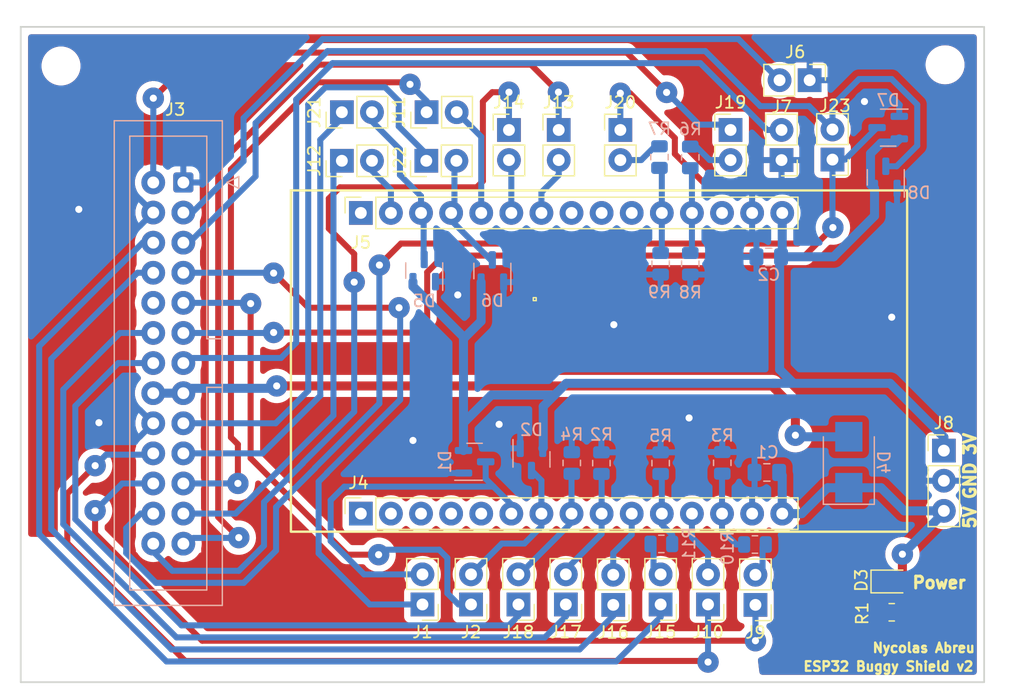
<source format=kicad_pcb>
(kicad_pcb (version 20211014) (generator pcbnew)
  (layers (0 "F.Cu" signal) (31 "B.Cu" signal) (34 "B.Paste" user) (35 "F.Paste" user) (36 "B.SilkS" user "B.Silkscreen") (37 "F.SilkS" user "F.Silkscreen") (38 "B.Mask" user) (39 "F.Mask" user) (44 "Edge.Cuts" user))
  (net 0 "")
  (net 1 "+5V")
  (net 2 "GND")
  (net 3 "+3.3V")
  (net 4 "D32")
  (net 5 "D33")
  (net 6 "Net-(D3-Pad1)")
  (net 7 "+5VP")
  (net 8 "TX0")
  (net 9 "RX0")
  (net 10 "ADC2")
  (net 11 "ADC3")
  (net 12 "ADC0")
  (net 13 "ADC1")
  (net 14 "ENC0")
  (net 15 "AMP1")
  (net 16 "ECHO1")
  (net 17 "TRIG1")
  (net 19 "R_TCRT")
  (net 20 "AMP2")
  (net 21 "L_TCRT")
  (net 22 "TXB")
  (net 23 "RXB")
  (net 24 "TRIG0")
  (net 25 "PWM1")
  (net 26 "ECHO0")
  (net 27 "PWM1N")
  (net 28 "ENC1")
  (net 29 "PWM2")
  (net 30 "PWM2N")
  (net 36 "D25")
  (net 37 "D26")
  (net 38 "D27")
  (net 39 "D14")
  (net 40 "D12")
  (net 41 "D13")
  (net 43 "D22")
  (net 44 "D21")
  (net 45 "D19")
  (net 46 "D18")
  (net 50 "D4")
  (net 51 "D2")
  (net 53 "Net-(J19-Pad2)")
  (net 54 "Net-(J20-Pad2)")
  (net 55 "Net-(J9-Pad2)")
  (net 56 "Net-(J15-Pad2)")
  (footprint "Connector_PinHeader_2.54mm:PinHeader_1x02_P2.54mm_Vertical" (layer "F.Cu") (at 191.475 76.5 -90)
    (fp_text reference "J6")
    (fp_text value "Conn_01x02_Male")
  )
  (footprint "Connector_PinHeader_2.54mm:PinHeader_1x02_P2.54mm_Vertical" (layer "F.Cu") (at 152 83.3 90)
    (fp_text reference "J12")
    (fp_text value "Conn_01x02_Male")
  )
  (footprint "Connector_PinHeader_2.54mm:PinHeader_1x02_P2.54mm_Vertical" (layer "F.Cu") (at 182.9 120.74 180)
    (fp_text reference "J10")
    (fp_text value "Conn_01x02_Male")
  )
  (footprint "LED_SMD:LED_0805_2012Metric" (layer "F.Cu") (at 198.3375 118.8)
    (fp_text reference "D3")
    (fp_text value "LED")
  )
  (footprint "Connector_PinHeader_2.54mm:PinHeader_1x02_P2.54mm_Vertical" (layer "F.Cu") (at 159.15 79.2 90)
    (fp_text reference "J11")
    (fp_text value "Conn_01x02_Male")
  )
  (footprint "Connector_PinHeader_2.54mm:PinHeader_1x02_P2.54mm_Vertical" (layer "F.Cu") (at 152 79.2 90)
    (fp_text reference "J21")
    (fp_text value "Conn_01x02_Male")
  )
  (footprint "Connector_PinHeader_2.54mm:PinHeader_1x02_P2.54mm_Vertical" (layer "F.Cu") (at 186.9 120.775 180)
    (fp_text reference "J9")
    (fp_text value "Conn_01x02_Male")
  )
  (footprint "Connector_PinHeader_2.54mm:PinHeader_1x02_P2.54mm_Vertical" (layer "F.Cu") (at 170.9 120.74 180)
    (fp_text reference "J17")
    (fp_text value "Conn_01x02_Male")
  )
  (footprint "Connector_PinHeader_2.54mm:PinHeader_1x02_P2.54mm_Vertical" (layer "F.Cu") (at 170.3 80.7)
    (fp_text reference "J13")
    (fp_text value "Conn_01x02_Male")
  )
  (footprint "MountingHole:MountingHole_2.2mm_M2" (layer "F.Cu") (at 128.3 75.3)
    (fp_text reference "H2" hide)
    (fp_text value "MountingHole")
  )
  (footprint "Connector_PinHeader_2.54mm:PinHeader_1x02_P2.54mm_Vertical" (layer "F.Cu") (at 158.8 120.74 180)
    (fp_text reference "J1")
    (fp_text value "Conn_01x02_Male")
  )
  (footprint "Connector_PinHeader_2.54mm:PinHeader_1x02_P2.54mm_Vertical" (layer "F.Cu") (at 159.125 83.3 90)
    (fp_text reference "J22")
    (fp_text value "Conn_01x02_Male")
  )
  (footprint "Connector_PinHeader_2.54mm:PinHeader_1x02_P2.54mm_Vertical" (layer "F.Cu") (at 184.8 80.7)
    (fp_text reference "J19")
    (fp_text value "Conn_01x02_Male")
  )
  (footprint "Connector_PinHeader_2.54mm:PinHeader_1x02_P2.54mm_Vertical" (layer "F.Cu") (at 193.4 83.2 180)
    (fp_text reference "J23")
    (fp_text value "Conn_01x02_Male")
  )
  (footprint "MountingHole:MountingHole_2.2mm_M2" (layer "F.Cu") (at 202.9 75.2)
    (fp_text reference "H3" hide)
    (fp_text value "MountingHole")
  )
  (footprint "Connector_PinHeader_2.54mm:PinHeader_1x02_P2.54mm_Vertical" (layer "F.Cu") (at 166.9 120.74 180)
    (fp_text reference "J18")
    (fp_text value "Conn_01x02_Male")
  )
  (footprint "Connector_PinHeader_2.54mm:PinHeader_1x02_P2.54mm_Vertical" (layer "F.Cu") (at 189.1 83.24 180)
    (fp_text reference "J7")
    (fp_text value "Conn_01x02_Male")
  )
  (footprint "MountingHole:MountingHole_2.2mm_M2" (layer "F.Cu") (at 128.3 124)
    (fp_text reference "H1" hide)
    (fp_text value "MountingHole")
  )
  (footprint "Connector_PinSocket_2.54mm:PinSocket_1x15_P2.54mm_Vertical" (layer "F.Cu") (at 153.6 113.075 90)
    (fp_text reference "J4")
    (fp_text value "Conn_01x15")
  )
  (footprint "Connector_PinHeader_2.54mm:PinHeader_1x02_P2.54mm_Vertical" (layer "F.Cu") (at 178.9 120.74 180)
    (fp_text reference "J15")
    (fp_text value "Conn_01x02_Male")
  )
  (footprint "Connector_PinHeader_2.54mm:PinHeader_1x02_P2.54mm_Vertical" (layer "F.Cu") (at 162.9 120.74 180)
    (fp_text reference "J2")
    (fp_text value "Conn_01x02_Male")
  )
  (footprint "Connector_PinSocket_2.54mm:PinSocket_1x15_P2.54mm_Vertical" (layer "F.Cu") (at 153.6 87.7 90)
    (fp_text reference "J5")
    (fp_text value "Conn_01x15")
  )
  (footprint "Resistor_SMD:R_0805_2012Metric" (layer "F.Cu") (at 198.4 121.4)
    (fp_text reference "R1")
    (fp_text value "160")
  )
  (footprint "Connector_PinHeader_2.54mm:PinHeader_1x02_P2.54mm_Vertical" (layer "F.Cu") (at 166.1 80.7)
    (fp_text reference "J14")
    (fp_text value "Conn_01x02_Male")
  )
  (footprint "Connector_PinHeader_2.54mm:PinHeader_1x02_P2.54mm_Vertical" (layer "F.Cu") (at 174.9 120.775 180)
    (fp_text reference "J16")
    (fp_text value "Conn_01x02_Male")
  )
  (footprint "Connector_PinHeader_2.54mm:PinHeader_1x02_P2.54mm_Vertical" (layer "F.Cu") (at 175.5 80.7)
    (fp_text reference "J20")
    (fp_text value "Conn_01x02_Male")
  )
  (footprint "Connector_PinHeader_2.54mm:PinHeader_1x03_P2.54mm_Vertical" (layer "F.Cu") (at 202.8 107.76)
    (fp_text reference "J8")
    (fp_text value "Conn_01x03_Male")
  )
  (footprint "Symbol:CE-Logo_8.5x6mm_SilkScreen" (layer "F.Cu") (at 167.4 94.1 180)
    (fp_text reference "REF**" hide)
    (fp_text value "CE-Logo_8.5x6mm_SilkScreen" hide)
  )
  (footprint "Diode_SMD:D_SMB" (layer "B.Cu") (at 194.78 108.74 90)
    (fp_text reference "D4")
    (fp_text value "D_Schottky")
  )
  (footprint "Package_TO_SOT_SMD:SOT-23" (layer "B.Cu") (at 168 108.5 -90)
    (fp_text reference "D2")
    (fp_text value "BAT54S")
  )
  (footprint "Resistor_SMD:R_0805_2012Metric" (layer "B.Cu") (at 186.8575 115.68 180)
    (fp_text reference "R10")
    (fp_text value "10k")
  )
  (footprint "Resistor_SMD:R_0805_2012Metric" (layer "B.Cu") (at 181.4 91.9875 -90)
    (fp_text reference "R8")
    (fp_text value "15k")
  )
  (footprint "Resistor_SMD:R_0805_2012Metric" (layer "B.Cu") (at 171.4 108.8 90)
    (fp_text reference "R4")
    (fp_text value "15k")
  )
  (footprint "Resistor_SMD:R_0805_2012Metric" (layer "B.Cu") (at 184.1 108.7875 90)
    (fp_text reference "R3")
    (fp_text value "18,7k")
  )
  (footprint "Resistor_SMD:R_0805_2012Metric" (layer "B.Cu") (at 173.9 108.8125 90)
    (fp_text reference "R2")
    (fp_text value "15k")
  )
  (footprint "Capacitor_SMD:C_0805_2012Metric_Pad1.18x1.45mm_HandSolder" (layer "B.Cu") (at 187.8625 109.6 180)
    (fp_text reference "C1")
    (fp_text value "100n")
  )
  (footprint "Capacitor_SMD:C_0805_2012Metric_Pad1.18x1.45mm_HandSolder" (layer "B.Cu") (at 188.0225 91.41 180)
    (fp_text reference "C2")
    (fp_text value "100n")
  )
  (footprint "Resistor_SMD:R_0805_2012Metric" (layer "B.Cu") (at 178.9 91.9875 -90)
    (fp_text reference "R9")
    (fp_text value "15k")
  )
  (footprint "Resistor_SMD:R_0805_2012Metric" (layer "B.Cu") (at 178.9 108.8125 90)
    (fp_text reference "R5")
    (fp_text value "18,7k")
  )
  (footprint "Package_TO_SOT_SMD:SOT-23" (layer "B.Cu") (at 198.1 80.5 180)
    (fp_text reference "D7")
    (fp_text value "BAT54S")
  )
  (footprint "Package_TO_SOT_SMD:SOT-23" (layer "B.Cu") (at 197.9 84.7 90)
    (fp_text reference "D8")
    (fp_text value "BAT54S")
  )
  (footprint "Connector_IDC:IDC-Header_2x13_P2.54mm_Vertical" (layer "B.Cu") (at 138.6225 85.13 180)
    (fp_text reference "J3")
    (fp_text value "Conn_02x13_Odd_Even")
  )
  (footprint "Package_TO_SOT_SMD:SOT-23" (layer "B.Cu") (at 164.7 92.6 90)
    (fp_text reference "D6")
    (fp_text value "BAT54S")
  )
  (footprint "Resistor_SMD:R_0805_2012Metric" (layer "B.Cu") (at 181.4 83.0125 -90)
    (fp_text reference "R6")
    (fp_text value "10k")
  )
  (footprint "Package_TO_SOT_SMD:SOT-23" (layer "B.Cu") (at 163.2 108.7)
    (fp_text reference "D1")
    (fp_text value "BAT54S")
  )
  (footprint "Resistor_SMD:R_0805_2012Metric" (layer "B.Cu") (at 178.8 82.9875 -90)
    (fp_text reference "R7")
    (fp_text value "10k")
  )
  (footprint "Package_TO_SOT_SMD:SOT-23" (layer "B.Cu") (at 158.95 92.5625 90)
    (fp_text reference "D5")
    (fp_text value "BAT54S")
  )
  (footprint "Resistor_SMD:R_0805_2012Metric" (layer "B.Cu") (at 178.96 115.63)
    (fp_text reference "R11")
    (fp_text value "10k")
  )
  (gr_rect (start 199.7 114.6) (end 147.7 85.8) (layer "F.SilkS") (width 0.2) (fill none))
  (gr_rect (start 206.2 127.3) (end 124.9 72) (layer "Edge.Cuts") (width 0.15) (fill none))
  (gr_text "Power" (at 202.4 118.9) (layer "F.SilkS") (effects (font (size 1 1) (thickness 0.25))))
  (gr_text "Nycolas Abreu" (at 201.1 124.4) (layer "F.SilkS") (effects (font (size 0.8 0.8) (thickness 0.2))))
  (gr_text "5V" (at 205 113.4 90) (layer "F.SilkS") (effects (font (size 1 1) (thickness 0.25))))
  (gr_text "ESP32 Buggy Shield v2" (at 198.12 125.97) (layer "F.SilkS") (effects (font (size 0.8 0.8) (thickness 0.2))))
  (gr_text "GND" (at 205 110.3 90) (layer "F.SilkS") (effects (font (size 1 1) (thickness 0.25))))
  (gr_text "3V" (at 205 107.2 90) (layer "F.SilkS") (effects (font (size 1 1) (thickness 0.25))))
  (segment (start 199.3 118.775) (end 199.275 118.8) (width 0.762) (layer "F.Cu") (net 1))
  (segment (start 199.3 116.5) (end 199.3 118.775) (width 0.762) (layer "F.Cu") (net 1))
  (via (at 199.3 116.5) (size 1.8) (drill 0.6) (layers "F.Cu" "B.Cu") (net 1))
  (segment (start 202.8 112.84) (end 199.45 112.84) (width 0.762) (layer "B.Cu") (net 1))
  (segment (start 199.3 116.5) (end 202.8 113) (width 0.762) (layer "B.Cu") (net 1))
  (segment (start 194.78 110.89) (end 192.99 110.89) (width 0.762) (layer "B.Cu") (net 1))
  (segment (start 199.45 112.84) (end 197.5 110.89) (width 0.762) (layer "B.Cu") (net 1))
  (segment (start 202.8 113) (end 202.8 112.84) (width 0.762) (layer "B.Cu") (net 1))
  (segment (start 197.5 110.89) (end 194.78 110.89) (width 0.762) (layer "B.Cu") (net 1))
  (segment (start 188.9 109.6) (end 189.16 109.86) (width 0.762) (layer "B.Cu") (net 1))
  (segment (start 189.16 113.075) (end 189.16 111.1859) (width 0.762) (layer "B.Cu") (net 1))
  (segment (start 190.805 113.075) (end 189.16 113.075) (width 0.762) (layer "B.Cu") (net 1))
  (segment (start 192.99 110.89) (end 190.805 113.075) (width 0.762) (layer "B.Cu") (net 1))
  (segment (start 189.16 109.86) (end 189.16 111.1859) (width 0.762) (layer "B.Cu") (net 1))
  (via (at 181.3 105) (size 1.8) (drill 0.6) (layers "F.Cu" "B.Cu") (net 2))
  (via (at 129.8 87.4) (size 1.8) (drill 0.6) (layers "F.Cu" "B.Cu") (net 2))
  (via (at 158 106.9) (size 1.8) (drill 0.6) (layers "F.Cu" "B.Cu") (net 2))
  (via (at 165.27 105.54) (size 1.8) (drill 0.6) (layers "F.Cu" "B.Cu") (net 2))
  (via (at 198.4 96.5) (size 1.8) (drill 0.6) (layers "F.Cu" "B.Cu") (net 2))
  (via (at 196.1 78.3) (size 1.8) (drill 0.6) (layers "F.Cu" "B.Cu") (net 2))
  (via (at 131.5 105.4) (size 1.8) (drill 0.6) (layers "F.Cu" "B.Cu") (net 2))
  (via (at 174.95 97.13) (size 1.8) (drill 0.6) (layers "F.Cu" "B.Cu") (net 2))
  (via (at 161.78 94.62) (size 1.8) (drill 0.6) (layers "F.Cu" "B.Cu") (net 2))
  (segment (start 173.9007 107.9) (end 173.9013 107.9) (width 0.762) (layer "B.Cu") (net 2))
  (segment (start 173.9025 107.9) (end 173.9049 107.9) (width 0.762) (layer "B.Cu") (net 2))
  (segment (start 173.9782 107.9) (end 174.0563 107.9) (width 0.762) (layer "B.Cu") (net 2))
  (segment (start 174.0563 107.9) (end 174.2125 107.9) (width 0.762) (layer "B.Cu") (net 2))
  (segment (start 173.9049 107.9) (end 173.9098 107.9) (width 0.762) (layer "B.Cu") (net 2))
  (segment (start 173.9002 107.9) (end 173.9004 107.9) (width 0.762) (layer "B.Cu") (net 2))
  (segment (start 173.9013 107.9) (end 173.9025 107.9) (width 0.762) (layer "B.Cu") (net 2))
  (segment (start 173.9004 107.9) (end 173.9007 107.9) (width 0.762) (layer "B.Cu") (net 2))
  (segment (start 173.9391 107.9) (end 173.9782 107.9) (width 0.762) (layer "B.Cu") (net 2))
  (segment (start 173.9196 107.9) (end 173.9391 107.9) (width 0.762) (layer "B.Cu") (net 2))
  (segment (start 173.9098 107.9) (end 173.9196 107.9) (width 0.762) (layer "B.Cu") (net 2))
  (segment (start 173.9 107.9) (end 173.9001 107.9) (width 0.762) (layer "B.Cu") (net 2))
  (segment (start 173.9001 107.9) (end 173.9002 107.9) (width 0.762) (layer "B.Cu") (net 2))
  (segment (start 196.6096 82.6904) (end 197.5 81.8) (width 0.762) (layer "B.Cu") (net 3))
  (segment (start 190.05 102.02) (end 188.9375 100.9075) (width 0.762) (layer "B.Cu") (net 3))
  (segment (start 198.26 102.08) (end 188.36 102.08) (width 0.762) (layer "B.Cu") (net 3))
  (segment (start 158 93.5) (end 158 93.9017) (width 0.762) (layer "B.Cu") (net 3))
  (segment (start 163.75 96.83) (end 163.75 93.5375) (width 0.762) (layer "B.Cu") (net 3))
  (segment (start 197.5 81.8) (end 198.6875 81.8) (width 0.762) (layer "B.Cu") (net 3))
  (segment (start 168.9943 104.0257) (end 168.9943 107.5182) (width 0.762) (layer "B.Cu") (net 3))
  (segment (start 170.94 102.08) (end 168.9943 104.0257) (width 0.762) (layer "B.Cu") (net 3))
  (segment (start 162.27 98.31) (end 163.75 96.83) (width 0.762) (layer "B.Cu") (net 3))
  (segment (start 196.95 85.6375) (end 196.6096 85.2971) (width 0.762) (layer "B.Cu") (net 3))
  (segment (start 159.13 95.03) (end 162.2625 98.1625) (width 0.762) (layer "B.Cu") (net 3))
  (segment (start 158 93.9017) (end 159.4261 95.3278) (width 0.762) (layer "B.Cu") (net 3))
  (segment (start 188.9375 100.9075) (end 188.9375 91.4) (width 0.762) (layer "B.Cu") (net 3))
  (segment (start 188.9375 91.4) (end 193.4989 91.4) (width 0.762) (layer "B.Cu") (net 3))
  (segment (start 189.16 91.1775) (end 189.16 87.7) (width 0.762) (layer "B.Cu") (net 3))
  (segment (start 196.6096 85.2971) (end 196.6096 82.6904) (width 0.762) (layer "B.Cu") (net 3))
  (segment (start 168.9943 107.5182) (end 168.95 107.5625) (width 0.762) (layer "B.Cu") (net 3))
  (segment (start 188.5926 102.08) (end 170.94 102.08) (width 0.762) (layer "B.Cu") (net 3))
  (segment (start 169.95 103.07) (end 164.61 103.07) (width 0.762) (layer "B.Cu") (net 3))
  (segment (start 196.95 87.9489) (end 196.95 85.6375) (width 0.762) (layer "B.Cu") (net 3))
  (segment (start 188.9375 91.4) (end 189.16 91.1775) (width 0.762) (layer "B.Cu") (net 3))
  (segment (start 193.4989 91.4) (end 196.95 87.9489) (width 0.762) (layer "B.Cu") (net 3))
  (segment (start 202.8 107.76) (end 202.8 106.62) (width 0.762) (layer "B.Cu") (net 3))
  (segment (start 198.6875 81.8) (end 199.0375 81.45) (width 0.762) (layer "B.Cu") (net 3))
  (segment (start 202.8 106.62) (end 198.26 102.08) (width 0.762) (layer "B.Cu") (net 3))
  (segment (start 162.2625 98.1625) (end 162.2625 107.75) (width 0.762) (layer "B.Cu") (net 3))
  (segment (start 164.61 103.07) (end 162.27 105.41) (width 0.762) (layer "B.Cu") (net 3))
  (segment (start 153.87 118.2) (end 151.056 115.386) (width 0.508) (layer "B.Cu") (net 4))
  (segment (start 151.056 111.944) (end 152.2 110.8) (width 0.508) (layer "B.Cu") (net 4))
  (segment (start 152.2 110.8) (end 164.8 110.8) (width 0.508) (layer "B.Cu") (net 4))
  (segment (start 166.3 112.8) (end 166.3 113.075) (width 0.508) (layer "B.Cu") (net 4))
  (segment (start 166.3 112.3) (end 164.1375 110.1375) (width 0.508) (layer "B.Cu") (net 4))
  (segment (start 151.056 115.386) (end 151.056 111.944) (width 0.508) (layer "B.Cu") (net 4))
  (segment (start 166.3 112.5) (end 166.3 113.075) (width 0.508) (layer "B.Cu") (net 4))
  (segment (start 164.1375 110.1375) (end 164.1375 108.7) (width 0.508) (layer "B.Cu") (net 4))
  (segment (start 158.8 118.2) (end 153.87 118.2) (width 0.508) (layer "B.Cu") (net 4))
  (segment (start 166.3 113.075) (end 166.3 112.3) (width 0.508) (layer "B.Cu") (net 4))
  (segment (start 168 109.4375) (end 168.84 110.2775) (width 0.508) (layer "B.Cu") (net 5))
  (segment (start 162.9 118.2) (end 165.5 115.6) (width 0.508) (layer "B.Cu") (net 5))
  (segment (start 165.5 115.6) (end 167.4 115.6) (width 0.508) (layer "B.Cu") (net 5))
  (segment (start 168.84 110.2775) (end 168.84 113.075) (width 0.508) (layer "B.Cu") (net 5))
  (segment (start 167.4 115.6) (end 168.84 114.16) (width 0.508) (layer "B.Cu") (net 5))
  (segment (start 168.84 114.16) (end 168.84 113.075) (width 0.508) (layer "B.Cu") (net 5))
  (segment (start 197.4875 121.4) (end 197.4 121.3125) (width 0.508) (layer "F.Cu") (net 6))
  (segment (start 197.4 121.3125) (end 197.4 118.8) (width 0.508) (layer "F.Cu") (net 6))
  (segment (start 190.27 104.27) (end 188.3 102.3) (width 0.762) (layer "F.Cu") (net 7))
  (segment (start 190.27 106.46) (end 190.27 104.27) (width 0.762) (layer "F.Cu") (net 7))
  (segment (start 188.3 102.3) (end 146.5 102.3) (width 0.762) (layer "F.Cu") (net 7))
  (via (at 190.27 106.46) (size 1.8) (drill 0.6) (layers "F.Cu" "B.Cu") (net 7))
  (via (at 146.5 102.3) (size 1.8) (drill 0.6) (layers "F.Cu" "B.Cu") (net 7))
  (segment (start 146.5 102.3) (end 146.3 102.5) (width 0.762) (layer "B.Cu") (net 7))
  (segment (start 146.3 102.5) (end 139.0325 102.5) (width 0.762) (layer "B.Cu") (net 7))
  (segment (start 190.4 106.59) (end 194.78 106.59) (width 0.762) (layer "B.Cu") (net 7))
  (segment (start 139.0325 102.5) (end 138.6225 102.91) (width 0.762) (layer "B.Cu") (net 7))
  (segment (start 136.0825 102.91) (end 138.6225 102.91) (width 0.762) (layer "B.Cu") (net 7))
  (segment (start 190.27 106.46) (end 190.4 106.59) (width 0.762) (layer "B.Cu") (net 7))
  (segment (start 156.9 82.33684) (end 156.9 84.5) (width 0.508) (layer "B.Cu") (net 8))
  (segment (start 156.9 84.5) (end 158.68 86.28) (width 0.508) (layer "B.Cu") (net 8))
  (segment (start 158.68 86.28) (end 158.68 87.7) (width 0.508) (layer "B.Cu") (net 8))
  (segment (start 154.54 79.2) (end 154.54 79.97684) (width 0.508) (layer "B.Cu") (net 8))
  (segment (start 158.95 91.625) (end 158.9 91.575) (width 0.508) (layer "B.Cu") (net 8))
  (segment (start 154.54 79.97684) (end 156.9 82.33684) (width 0.508) (layer "B.Cu") (net 8))
  (segment (start 158.9 87.92) (end 158.68 87.7) (width 0.508) (layer "B.Cu") (net 8))
  (segment (start 158.9 91.575) (end 158.9 87.92) (width 0.508) (layer "B.Cu") (net 8))
  (segment (start 164.7 91.6625) (end 164.5625 91.6625) (width 0.508) (layer "B.Cu") (net 9))
  (segment (start 161.22 87.7) (end 161.5 87.42) (width 0.508) (layer "B.Cu") (net 9))
  (segment (start 161.5 87.42) (end 161.5 83.465) (width 0.508) (layer "B.Cu") (net 9))
  (segment (start 161.22 88.32) (end 161.22 87.7) (width 0.508) (layer "B.Cu") (net 9))
  (segment (start 161.5 83.465) (end 161.665 83.3) (width 0.508) (layer "B.Cu") (net 9))
  (segment (start 164.5625 91.6625) (end 161.22 88.32) (width 0.508) (layer "B.Cu") (net 9))
  (segment (start 159.2 96.578923) (end 157.978923 97.8) (width 0.508) (layer "F.Cu") (net 10))
  (segment (start 146.25 97.8) (end 146.24 97.79) (width 0.508) (layer "F.Cu") (net 10))
  (segment (start 159.2 92.7) (end 159.2 96.578923) (width 0.508) (layer "F.Cu") (net 10))
  (segment (start 160.6 91.3) (end 159.2 92.7) (width 0.508) (layer "F.Cu") (net 10))
  (segment (start 193.434789 88.934789) (end 191.069578 91.3) (width 0.508) (layer "F.Cu") (net 10))
  (segment (start 191.069578 91.3) (end 160.6 91.3) (width 0.508) (layer "F.Cu") (net 10))
  (segment (start 157.978923 97.8) (end 146.25 97.8) (width 0.508) (layer "F.Cu") (net 10))
  (via (at 146.24 97.79) (size 1.8) (drill 0.6) (layers "F.Cu" "B.Cu") (net 10))
  (via (at 193.434789 88.934789) (size 1.8) (drill 0.6) (layers "F.Cu" "B.Cu") (net 10))
  (segment (start 193.4 88.9) (end 193.4 83.2) (width 0.508) (layer "B.Cu") (net 10))
  (segment (start 194.4625 83.2) (end 197.1625 80.5) (width 0.508) (layer "B.Cu") (net 10))
  (segment (start 146.2 97.83) (end 138.6225 97.83) (width 0.508) (layer "B.Cu") (net 10))
  (segment (start 193.4 83.2) (end 194.4625 83.2) (width 0.508) (layer "B.Cu") (net 10))
  (segment (start 193.434789 88.934789) (end 193.4 88.9) (width 0.508) (layer "B.Cu") (net 10))
  (segment (start 146.24 97.79) (end 146.2 97.83) (width 0.508) (layer "B.Cu") (net 10))
  (segment (start 139.12 90.21) (end 138.6225 90.21) (width 0.508) (layer "B.Cu") (net 11))
  (segment (start 187.31234 78.69) (end 182.666341 74.044) (width 0.508) (layer "B.Cu") (net 11))
  (segment (start 198.39 76.4) (end 200.551 78.561) (width 0.508) (layer "B.Cu") (net 11))
  (segment (start 200.551 78.561) (end 200.551 82.0229) (width 0.508) (layer "B.Cu") (net 11))
  (segment (start 144.719 84.611) (end 139.12 90.21) (width 0.508) (layer "B.Cu") (net 11))
  (segment (start 193.4 80.66) (end 193.4 78.649577) (width 0.508) (layer "B.Cu") (net 11))
  (segment (start 191.43 78.69) (end 187.31234 78.69) (width 0.508) (layer "B.Cu") (net 11))
  (segment (start 150.792839 74.044) (end 144.719 80.11784) (width 0.508) (layer "B.Cu") (net 11))
  (segment (start 193.4 78.649577) (end 195.649577 76.4) (width 0.508) (layer "B.Cu") (net 11))
  (segment (start 182.666341 74.044) (end 150.792839 74.044) (width 0.508) (layer "B.Cu") (net 11))
  (segment (start 193.4 80.66) (end 191.43 78.69) (width 0.508) (layer "B.Cu") (net 11))
  (segment (start 198.8114 83.7625) (end 197.9 83.7625) (width 0.508) (layer "B.Cu") (net 11))
  (segment (start 195.649577 76.4) (end 198.39 76.4) (width 0.508) (layer "B.Cu") (net 11))
  (segment (start 200.551 82.0229) (end 198.8114 83.7625) (width 0.508) (layer "B.Cu") (net 11))
  (segment (start 144.719 80.11784) (end 144.719 84.611) (width 0.508) (layer "B.Cu") (net 11))
  (segment (start 149.18 95.7) (end 156.8258 95.7) (width 0.508) (layer "F.Cu") (net 12))
  (segment (start 146.24 92.78) (end 146.26 92.78) (width 0.508) (layer "F.Cu") (net 12))
  (segment (start 146.26 92.78) (end 149.18 95.7) (width 0.508) (layer "F.Cu") (net 12))
  (via (at 146.24 92.78) (size 1.8) (drill 0.6) (layers "F.Cu" "B.Cu") (net 12))
  (via (at 156.8258 95.7) (size 1.8) (drill 0.6) (layers "F.Cu" "B.Cu") (net 12))
  (segment (start 156.9187 95.7929) (end 156.9187 103.4644) (width 0.508) (layer "B.Cu") (net 12))
  (segment (start 150.04 110.37052) (end 150.04 116.43) (width 0.508) (layer "B.Cu") (net 12))
  (segment (start 154.35 120.74) (end 158.8 120.74) (width 0.508) (layer "B.Cu") (net 12))
  (segment (start 156.8258 95.7) (end 156.9187 95.7929) (width 0.508) (layer "B.Cu") (net 12))
  (segment (start 150.04 116.43) (end 154.35 120.74) (width 0.508) (layer "B.Cu") (net 12))
  (segment (start 146.21 92.75) (end 138.6225 92.75) (width 0.508) (layer "B.Cu") (net 12))
  (segment (start 150.7396 109.67092) (end 150.04 110.37052) (width 0.508) (layer "B.Cu") (net 12))
  (segment (start 146.24 92.78) (end 146.21 92.75) (width 0.508) (layer "B.Cu") (net 12))
  (segment (start 156.9187 103.4644) (end 150.7396 109.6435) (width 0.508) (layer "B.Cu") (net 12))
  (segment (start 150.7396 109.6435) (end 150.7396 109.67092) (width 0.508) (layer "B.Cu") (net 12))
  (segment (start 144.300142 108.400142) (end 144.300142 95.349858) (width 0.508) (layer "F.Cu") (net 13))
  (segment (start 152.4385 116.5385) (end 144.300142 108.400142) (width 0.508) (layer "F.Cu") (net 13))
  (segment (start 155.1 116.5385) (end 152.4385 116.5385) (width 0.508) (layer "F.Cu") (net 13))
  (via (at 144.300142 95.349858) (size 1.8) (drill 0.6) (layers "F.Cu" "B.Cu") (net 13))
  (via (at 155.1 116.5385) (size 1.8) (drill 0.6) (layers "F.Cu" "B.Cu") (net 13))
  (segment (start 155.1 116.5385) (end 155.5185 116.12) (width 0.508) (layer "B.Cu") (net 13))
  (segment (start 155.5185 116.12) (end 160.21 116.12) (width 0.508) (layer "B.Cu") (net 13))
  (segment (start 144.240284 95.29) (end 138.6225 95.29) (width 0.508) (layer "B.Cu") (net 13))
  (segment (start 161.84 120.74) (end 162.9 120.74) (width 0.508) (layer "B.Cu") (net 13))
  (segment (start 160.21 116.12) (end 160.9 116.81) (width 0.508) (layer "B.Cu") (net 13))
  (segment (start 160.9 119.8) (end 161.84 120.74) (width 0.508) (layer "B.Cu") (net 13))
  (segment (start 144.300142 95.349858) (end 144.240284 95.29) (width 0.508) (layer "B.Cu") (net 13))
  (segment (start 160.9 116.81) (end 160.9 119.8) (width 0.508) (layer "B.Cu") (net 13))
  (segment (start 176.041792 74.172392) (end 179.402 77.5326) (width 0.508) (layer "F.Cu") (net 14))
  (segment (start 139.937608 74.172392) (end 176.041792 74.172392) (width 0.508) (layer "F.Cu") (net 14))
  (segment (start 136.09 78.02) (end 139.937608 74.172392) (width 0.508) (layer "F.Cu") (net 14))
  (via (at 179.402 77.5326) (size 1.8) (drill 0.6) (layers "F.Cu" "B.Cu") (net 14))
  (via (at 136.09 78.02) (size 1.8) (drill 0.6) (layers "F.Cu" "B.Cu") (net 14))
  (segment (start 136.09 83.2804) (end 136.0825 83.2879) (width 0.508) (layer "B.Cu") (net 14))
  (segment (start 184.35 80.25) (end 182.14 80.25) (width 0.508) (layer "B.Cu") (net 14))
  (segment (start 136.09 78.02) (end 136.09 83.2804) (width 0.508) (layer "B.Cu") (net 14))
  (segment (start 136.0825 83.2879) (end 136.0825 85.13) (width 0.508) (layer "B.Cu") (net 14))
  (segment (start 184.8 80.7) (end 184.35 80.25) (width 0.508) (layer "B.Cu") (net 14))
  (segment (start 182.14 80.25) (end 179.4226 77.5326) (width 0.508) (layer "B.Cu") (net 14))
  (segment (start 179.4226 77.5326) (end 179.402 77.5326) (width 0.508) (layer "B.Cu") (net 14))
  (segment (start 188.935 76.5) (end 185.463 73.028) (width 0.508) (layer "B.Cu") (net 15))
  (segment (start 150.371998 73.028) (end 143.702999 79.697) (width 0.508) (layer "B.Cu") (net 15))
  (segment (start 143.703 83.337) (end 139.37 87.67) (width 0.508) (layer "B.Cu") (net 15))
  (segment (start 143.702999 79.697) (end 143.703 83.337) (width 0.508) (layer "B.Cu") (net 15))
  (segment (start 139.37 87.67) (end 138.6225 87.67) (width 0.508) (layer "B.Cu") (net 15))
  (segment (start 185.463 73.028) (end 150.371998 73.028) (width 0.508) (layer "B.Cu") (net 15))
  (segment (start 137.2009 125.5504) (end 126.4584 114.8079) (width 0.508) (layer "B.Cu") (net 16))
  (segment (start 178.9 121.8) (end 175.1496 125.5504) (width 0.508) (layer "B.Cu") (net 16))
  (segment (start 126.4584 114.8079) (end 126.4584 98.9416) (width 0.508) (layer "B.Cu") (net 16))
  (segment (start 135.19 90.21) (end 136.0825 90.21) (width 0.508) (layer "B.Cu") (net 16))
  (segment (start 175.1496 125.5504) (end 137.2009 125.5504) (width 0.508) (layer "B.Cu") (net 16))
  (segment (start 126.4584 98.9416) (end 135.19 90.21) (width 0.508) (layer "B.Cu") (net 16))
  (segment (start 178.9 120.74) (end 178.9 121.8) (width 0.508) (layer "B.Cu") (net 16))
  (segment (start 174.9 121.7) (end 174.9 120.775) (width 0.508) (layer "B.Cu") (net 17))
  (segment (start 127.4744 114.3869) (end 137.6218 124.5343) (width 0.508) (layer "B.Cu") (net 17))
  (segment (start 136.0825 92.75) (end 134.75 92.75) (width 0.508) (layer "B.Cu") (net 17))
  (segment (start 134.75 92.75) (end 127.4744 100.0256) (width 0.508) (layer "B.Cu") (net 17))
  (segment (start 172.0657 124.5343) (end 174.9 121.7) (width 0.508) (layer "B.Cu") (net 17))
  (segment (start 137.6218 124.5343) (end 172.0657 124.5343) (width 0.508) (layer "B.Cu") (net 17))
  (segment (start 127.4744 100.0256) (end 127.4744 114.3869) (width 0.508) (layer "B.Cu") (net 17))
  (segment (start 128.4904 102.6096) (end 128.4904 113.9659) (width 0.508) (layer "B.Cu") (net 19))
  (segment (start 170.9 121.75) (end 170.9 120.74) (width 0.508) (layer "B.Cu") (net 19))
  (segment (start 138.0427 123.5182) (end 169.1318 123.5182) (width 0.508) (layer "B.Cu") (net 19))
  (segment (start 169.1318 123.5182) (end 170.9 121.75) (width 0.508) (layer "B.Cu") (net 19))
  (segment (start 133.27 97.83) (end 128.4904 102.6096) (width 0.508) (layer "B.Cu") (net 19))
  (segment (start 128.4904 113.9659) (end 138.0427 123.5182) (width 0.508) (layer "B.Cu") (net 19))
  (segment (start 136.0825 97.83) (end 133.27 97.83) (width 0.508) (layer "B.Cu") (net 19))
  (segment (start 148.1451 78.12858) (end 148.1451 98.6549) (width 0.508) (layer "B.Cu") (net 20))
  (segment (start 139.051831 99.940669) (end 138.6225 100.37) (width 0.508) (layer "B.Cu") (net 20))
  (segment (start 182.2455 75.06) (end 151.21368 75.06) (width 0.508) (layer "B.Cu") (net 20))
  (segment (start 146.859331 99.940669) (end 139.051831 99.940669) (width 0.508) (layer "B.Cu") (net 20))
  (segment (start 189.1 80.7) (end 187.8855 80.7) (width 0.508) (layer "B.Cu") (net 20))
  (segment (start 148.1451 98.6549) (end 146.859331 99.940669) (width 0.508) (layer "B.Cu") (net 20))
  (segment (start 151.21368 75.06) (end 148.1451 78.12858) (width 0.508) (layer "B.Cu") (net 20))
  (segment (start 187.8855 80.7) (end 182.2455 75.06) (width 0.508) (layer "B.Cu") (net 20))
  (segment (start 166.0979 122.5021) (end 166.9 121.7) (width 0.508) (layer "B.Cu") (net 21))
  (segment (start 133.13 100.37) (end 129.5064 103.9936) (width 0.508) (layer "B.Cu") (net 21))
  (segment (start 129.5064 113.5449) (end 138.4636 122.5021) (width 0.508) (layer "B.Cu") (net 21))
  (segment (start 129.5064 103.9936) (end 129.5064 113.5449) (width 0.508) (layer "B.Cu") (net 21))
  (segment (start 136.0825 100.37) (end 133.13 100.37) (width 0.508) (layer "B.Cu") (net 21))
  (segment (start 138.4636 122.5021) (end 166.0979 122.5021) (width 0.508) (layer "B.Cu") (net 21))
  (segment (start 166.9 121.7) (end 166.9 120.74) (width 0.508) (layer "B.Cu") (net 21))
  (segment (start 159.125 83.3) (end 159.125 82.725) (width 0.508) (layer "B.Cu") (net 22))
  (segment (start 146.41316 105.45) (end 138.6225 105.45) (width 0.508) (layer "B.Cu") (net 22))
  (segment (start 155.65 77.1) (end 150.61052 77.1) (width 0.508) (layer "B.Cu") (net 22))
  (segment (start 156.8 78.25) (end 155.65 77.1) (width 0.508) (layer "B.Cu") (net 22))
  (segment (start 156.8 80.4) (end 156.8 78.25) (width 0.508) (layer "B.Cu") (net 22))
  (segment (start 149.1611 78.54942) (end 149.1611 102.70206) (width 0.508) (layer "B.Cu") (net 22))
  (segment (start 150.61052 77.1) (end 149.1611 78.54942) (width 0.508) (layer "B.Cu") (net 22))
  (segment (start 159.125 82.725) (end 156.8 80.4) (width 0.508) (layer "B.Cu") (net 22))
  (segment (start 149.1611 102.70206) (end 146.41316 105.45) (width 0.508) (layer "B.Cu") (net 22))
  (segment (start 152 79.7) (end 150.1771 81.5229) (width 0.508) (layer "B.Cu") (net 23))
  (segment (start 150.1771 103.1229) (end 145.31 107.99) (width 0.508) (layer "B.Cu") (net 23))
  (segment (start 145.31 107.99) (end 138.6225 107.99) (width 0.508) (layer "B.Cu") (net 23))
  (segment (start 152 79.2) (end 152 79.7) (width 0.508) (layer "B.Cu") (net 23))
  (segment (start 150.1771 81.5229) (end 150.1771 103.1229) (width 0.508) (layer "B.Cu") (net 23))
  (segment (start 128.83 115.56) (end 128.83 111.3771) (width 0.508) (layer "F.Cu") (net 24))
  (segment (start 138.7767 125.5067) (end 128.83 115.56) (width 0.508) (layer "F.Cu") (net 24))
  (segment (start 182.8067 125.5067) (end 138.7767 125.5067) (width 0.508) (layer "F.Cu") (net 24))
  (segment (start 182.9 125.6) (end 182.8067 125.5067) (width 0.508) (layer "F.Cu") (net 24))
  (segment (start 128.83 111.3771) (end 131.1805 109.0266) (width 0.508) (layer "F.Cu") (net 24))
  (via (at 131.1805 109.0266) (size 1.8) (drill 0.6) (layers "F.Cu" "B.Cu") (net 24))
  (via (at 182.9 125.6) (size 1.8) (drill 0.6) (layers "F.Cu" "B.Cu") (net 24))
  (segment (start 135.9725 108.1) (end 132.1071 108.1) (width 0.508) (layer "B.Cu") (net 24))
  (segment (start 182.9 125.6) (end 182.9 120.74) (width 0.508) (layer "B.Cu") (net 24))
  (segment (start 132.1071 108.1) (end 131.1805 109.0266) (width 0.508) (layer "B.Cu") (net 24))
  (segment (start 136.0825 107.99) (end 135.9725 108.1) (width 0.508) (layer "B.Cu") (net 24))
  (segment (start 142.638142 106.638142) (end 143.225142 107.225142) (width 0.508) (layer "F.Cu") (net 25))
  (segment (start 157.750108 76.850392) (end 157.577216 76.6775) (width 0.508) (layer "F.Cu") (net 25))
  (segment (start 143.225142 107.225142) (end 143.225142 110.525142) (width 0.508) (layer "F.Cu") (net 25))
  (segment (start 157.577216 76.6775) (end 149.9825 76.6775) (width 0.508) (layer "F.Cu") (net 25))
  (segment (start 142.638142 84.021858) (end 142.638142 106.638142) (width 0.508) (layer "F.Cu") (net 25))
  (segment (start 149.9825 76.6775) (end 142.638142 84.021858) (width 0.508) (layer "F.Cu") (net 25))
  (via (at 143.225142 110.525142) (size 1.8) (drill 0.6) (layers "F.Cu" "B.Cu") (net 25))
  (via (at 157.750108 76.850392) (size 1.8) (drill 0.6) (layers "F.Cu" "B.Cu") (net 25))
  (segment (start 159.15 78.250284) (end 159.15 79.2) (width 0.508) (layer "B.Cu") (net 25))
  (segment (start 157.750108 76.850392) (end 159.15 78.250284) (width 0.508) (layer "B.Cu") (net 25))
  (segment (start 140.77 110.53) (end 138.6225 110.53) (width 0.508) (layer "B.Cu") (net 25))
  (segment (start 143.225142 110.525142) (end 140.774858 110.525142) (width 0.508) (layer "B.Cu") (net 25))
  (segment (start 140.774858 110.525142) (end 140.77 110.53) (width 0.508) (layer "B.Cu") (net 25))
  (segment (start 186.9 123.8) (end 140.2152 123.8) (width 0.508) (layer "F.Cu") (net 26))
  (segment (start 131.1755 114.7603) (end 131.1755 112.8254) (width 0.508) (layer "F.Cu") (net 26))
  (segment (start 140.2152 123.8) (end 131.1755 114.7603) (width 0.508) (layer "F.Cu") (net 26))
  (via (at 186.9 123.8) (size 1.8) (drill 0.6) (layers "F.Cu" "B.Cu") (net 26))
  (via (at 131.1755 112.8254) (size 1.8) (drill 0.6) (layers "F.Cu" "B.Cu") (net 26))
  (segment (start 136.0825 110.53) (end 133.4709 110.53) (width 0.508) (layer "B.Cu") (net 26))
  (segment (start 186.9 123.8) (end 186.9 120.775) (width 0.508) (layer "B.Cu") (net 26))
  (segment (start 133.4709 110.53) (end 131.1755 112.8254) (width 0.508) (layer "B.Cu") (net 26))
  (segment (start 147.6916 108.4084) (end 143.03 113.07) (width 0.508) (layer "B.Cu") (net 27))
  (segment (start 151.29 84.01) (end 151.29 104.78258) (width 0.508) (layer "B.Cu") (net 27))
  (segment (start 147.6916 108.38098) (end 147.6916 108.4084) (width 0.508) (layer "B.Cu") (net 27))
  (segment (start 152 83.3) (end 151.29 84.01) (width 0.508) (layer "B.Cu") (net 27))
  (segment (start 151.29 104.78258) (end 147.6916 108.38098) (width 0.508) (layer "B.Cu") (net 27))
  (segment (start 143.03 113.07) (end 138.6225 113.07) (width 0.508) (layer "B.Cu") (net 27))
  (segment (start 176.3179 77.6) (end 175.5 77.6) (width 0.508) (layer "F.Cu") (net 28))
  (segment (start 191.2977 89.4519) (end 191.2977 86.2077) (width 0.508) (layer "F.Cu") (net 28))
  (segment (start 190.4656 90.284) (end 191.2977 89.4519) (width 0.508) (layer "F.Cu") (net 28))
  (segment (start 191.2977 86.2077) (end 190.5522 85.4622) (width 0.508) (layer "F.Cu") (net 28))
  (segment (start 182.8422 85.4622) (end 180.1 82.72) (width 0.508) (layer "F.Cu") (net 28))
  (segment (start 180.1 82.72) (end 180.1 81.3821) (width 0.508) (layer "F.Cu") (net 28))
  (segment (start 190.5522 85.4622) (end 182.8422 85.4622) (width 0.508) (layer "F.Cu") (net 28))
  (segment (start 155.17 92.1) (end 156.986 90.284) (width 0.508) (layer "F.Cu") (net 28))
  (segment (start 156.986 90.284) (end 190.4656 90.284) (width 0.508) (layer "F.Cu") (net 28))
  (segment (start 180.1 81.3821) (end 176.3179 77.6) (width 0.508) (layer "F.Cu") (net 28))
  (via (at 155.17 92.1) (size 1.8) (drill 0.6) (layers "F.Cu" "B.Cu") (net 28))
  (via (at 175.5 77.6) (size 1.8) (drill 0.6) (layers "F.Cu" "B.Cu") (net 28))
  (segment (start 146.446 116.19084) (end 143.72084 118.916) (width 0.508) (layer "B.Cu") (net 28))
  (segment (start 135.03 113.07) (end 136.0825 113.07) (width 0.508) (layer "B.Cu") (net 28))
  (segment (start 155.17 92.1) (end 155.1643 92.1057) (width 0.508) (layer "B.Cu") (net 28))
  (segment (start 175.5 77.6) (end 175.5 80.7) (width 0.508) (layer "B.Cu") (net 28))
  (segment (start 146.446 112.52768) (end 146.446 116.19084) (width 0.508) (layer "B.Cu") (net 28))
  (segment (start 155.1643 92.1057) (end 155.1643 103.78196) (width 0.508) (layer "B.Cu") (net 28))
  (segment (start 149.7236 109.22266) (end 149.7236 109.25008) (width 0.508) (layer "B.Cu") (net 28))
  (segment (start 143.72084 118.916) (end 136.31434 118.916) (width 0.508) (layer "B.Cu") (net 28))
  (segment (start 155.1643 103.78196) (end 149.7236 109.22266) (width 0.508) (layer "B.Cu") (net 28))
  (segment (start 149.7236 109.25008) (end 146.446 112.52768) (width 0.508) (layer "B.Cu") (net 28))
  (segment (start 133.8 116.40166) (end 133.8 114.3) (width 0.508) (layer "B.Cu") (net 28))
  (segment (start 133.8 114.3) (end 135.03 113.07) (width 0.508) (layer "B.Cu") (net 28))
  (segment (start 136.31434 118.916) (end 133.8 116.40166) (width 0.508) (layer "B.Cu") (net 28))
  (segment (start 141.563142 83.660018) (end 150.034768 75.188392) (width 0.508) (layer "F.Cu") (net 29))
  (segment (start 150.034768 75.188392) (end 167.957492 75.188392) (width 0.508) (layer "F.Cu") (net 29))
  (segment (start 143.3 115.1) (end 141.563142 113.363142) (width 0.508) (layer "F.Cu") (net 29))
  (segment (start 141.563142 113.363142) (end 141.563142 83.660018) (width 0.508) (layer "F.Cu") (net 29))
  (segment (start 167.957492 75.188392) (end 170.2772 77.5081) (width 0.508) (layer "F.Cu") (net 29))
  (via (at 143.3 115.1) (size 1.8) (drill 0.6) (layers "F.Cu" "B.Cu") (net 29))
  (via (at 170.2772 77.5081) (size 1.8) (drill 0.6) (layers "F.Cu" "B.Cu") (net 29))
  (segment (start 170.3 80.7) (end 170.3 77.5309) (width 0.508) (layer "B.Cu") (net 29))
  (segment (start 143.3 115.1) (end 143.274858 115.125142) (width 0.508) (layer "B.Cu") (net 29))
  (segment (start 138.99 115.61) (end 138.6225 115.61) (width 0.508) (layer "B.Cu") (net 29))
  (segment (start 139.474858 115.125142) (end 138.99 115.61) (width 0.508) (layer "B.Cu") (net 29))
  (segment (start 170.3 77.5309) (end 170.2772 77.5081) (width 0.508) (layer "B.Cu") (net 29))
  (segment (start 143.274858 115.125142) (end 139.474858 115.125142) (width 0.508) (layer "B.Cu") (net 29))
  (segment (start 164.6866 77.5134) (end 166.1 77.5134) (width 0.508) (layer "F.Cu") (net 30))
  (segment (start 153.04 91.16) (end 150.9 89.02) (width 0.508) (layer "F.Cu") (net 30))
  (segment (start 163.3775 85.5377) (end 163.9 85.0152) (width 0.508) (layer "F.Cu") (net 30))
  (segment (start 153.04 93.54) (end 153.04 91.16) (width 0.508) (layer "F.Cu") (net 30))
  (segment (start 163.9 78.3) (end 164.6866 77.5134) (width 0.508) (layer "F.Cu") (net 30))
  (segment (start 150.9 86.4801) (end 151.8424 85.5377) (width 0.508) (layer "F.Cu") (net 30))
  (segment (start 150.9 89.02) (end 150.9 86.4801) (width 0.508) (layer "F.Cu") (net 30))
  (segment (start 163.9 85.0152) (end 163.9 78.3) (width 0.508) (layer "F.Cu") (net 30))
  (segment (start 151.8424 85.5377) (end 163.3775 85.5377) (width 0.508) (layer "F.Cu") (net 30))
  (via (at 153.04 93.54) (size 1.8) (drill 0.6) (layers "F.Cu" "B.Cu") (net 30))
  (via (at 166.1 77.5134) (size 1.8) (drill 0.6) (layers "F.Cu" "B.Cu") (net 30))
  (segment (start 148.7076 108.82924) (end 145.43 112.10684) (width 0.508) (layer "B.Cu") (net 30))
  (segment (start 166.1 77.5134) (end 166.1 80.7) (width 0.508) (layer "B.Cu") (net 30))
  (segment (start 153.04 93.54) (end 153.04 104.46942) (width 0.508) (layer "B.Cu") (net 30))
  (segment (start 148.7076 108.80182) (end 148.7076 108.82924) (width 0.508) (layer "B.Cu") (net 30))
  (segment (start 136.0825 116.2825) (end 136.0825 115.61) (width 0.508) (layer "B.Cu") (net 30))
  (segment (start 145.43 112.10684) (end 145.43 115.77) (width 0.508) (layer "B.Cu") (net 30))
  (segment (start 145.43 115.77) (end 143.3 117.9) (width 0.508) (layer "B.Cu") (net 30))
  (segment (start 153.04 104.46942) (end 148.7076 108.80182) (width 0.508) (layer "B.Cu") (net 30))
  (segment (start 143.3 117.9) (end 137.7 117.9) (width 0.508) (layer "B.Cu") (net 30))
  (segment (start 137.7 117.9) (end 136.0825 116.2825) (width 0.508) (layer "B.Cu") (net 30))
  (segment (start 171.38 113.075) (end 171.38 113.82) (width 0.508) (layer "B.Cu") (net 36))
  (segment (start 171.38 109.7325) (end 171.38 113.075) (width 0.508) (layer "B.Cu") (net 36))
  (segment (start 171.4 109.7125) (end 171.38 109.7325) (width 0.508) (layer "B.Cu") (net 36))
  (segment (start 167 118.2) (end 166.9 118.2) (width 0.508) (layer "B.Cu") (net 36))
  (segment (start 171.38 113.82) (end 167 118.2) (width 0.508) (layer "B.Cu") (net 36))
  (segment (start 173.9 109.725) (end 173.92 109.745) (width 0.508) (layer "B.Cu") (net 37))
  (segment (start 173.92 109.745) (end 173.92 113.075) (width 0.508) (layer "B.Cu") (net 37))
  (segment (start 170.9 117.8) (end 170.9 118.2) (width 0.508) (layer "B.Cu") (net 37))
  (segment (start 173.92 113.075) (end 173.92 114.78) (width 0.508) (layer "B.Cu") (net 37))
  (segment (start 173.92 114.78) (end 170.9 117.8) (width 0.508) (layer "B.Cu") (net 37))
  (segment (start 174.9 116.3971) (end 176.46 114.8371) (width 0.508) (layer "B.Cu") (net 38))
  (segment (start 176.46 113.075) (end 176.46 114.8371) (width 0.508) (layer "B.Cu") (net 38))
  (segment (start 174.9 118.235) (end 174.9 116.3971) (width 0.508) (layer "B.Cu") (net 38))
  (segment (start 179 109.825) (end 179 113.075) (width 0.508) (layer "B.Cu") (net 39))
  (segment (start 179 114) (end 179 113.075) (width 0.508) (layer "B.Cu") (net 39))
  (segment (start 179.8725 114.8725) (end 179 114) (width 0.508) (layer "B.Cu") (net 39))
  (segment (start 178.9 109.725) (end 179 109.825) (width 0.508) (layer "B.Cu") (net 39))
  (segment (start 179.8725 115.63) (end 179.8725 114.8725) (width 0.508) (layer "B.Cu") (net 39))
  (segment (start 181.54 113.075) (end 181.54 115.0779) (width 0.508) (layer "B.Cu") (net 40))
  (segment (start 182.9 118.2) (end 182.9 116.4379) (width 0.508) (layer "B.Cu") (net 40))
  (segment (start 181.54 115.0779) (end 182.9 116.4379) (width 0.508) (layer "B.Cu") (net 40))
  (segment (start 184.08 109.72) (end 184.08 113.075) (width 0.508) (layer "B.Cu") (net 41))
  (segment (start 184.08 114.48) (end 184.08 113.075) (width 0.508) (layer "B.Cu") (net 41))
  (segment (start 185.945 115.68) (end 185.28 115.68) (width 0.508) (layer "B.Cu") (net 41))
  (segment (start 184.1 109.7) (end 184.08 109.72) (width 0.508) (layer "B.Cu") (net 41))
  (segment (start 185.28 115.68) (end 184.08 114.48) (width 0.508) (layer "B.Cu") (net 41))
  (segment (start 154.54 84.14) (end 154.54 83.3) (width 0.508) (layer "B.Cu") (net 43))
  (segment (start 156.14 85.74) (end 154.54 84.14) (width 0.508) (layer "B.Cu") (net 43))
  (segment (start 156.14 87.7) (end 156.14 85.74) (width 0.508) (layer "B.Cu") (net 43))
  (segment (start 161.69 79.2) (end 163.76 81.27) (width 0.508) (layer "B.Cu") (net 44))
  (segment (start 163.76 81.27) (end 163.76 87.7) (width 0.508) (layer "B.Cu") (net 44))
  (segment (start 166.3 83.44) (end 166.3 87.7) (width 0.508) (layer "B.Cu") (net 45))
  (segment (start 166.1 83.24) (end 166.3 83.44) (width 0.508) (layer "B.Cu") (net 45))
  (segment (start 168.8621 85.9379) (end 170.3 84.5) (width 0.508) (layer "B.Cu") (net 46))
  (segment (start 168.84 87.7) (end 168.84 85.9379) (width 0.508) (layer "B.Cu") (net 46))
  (segment (start 170.3 84.5) (end 170.3 83.24) (width 0.508) (layer "B.Cu") (net 46))
  (segment (start 168.84 85.9379) (end 168.8621 85.9379) (width 0.508) (layer "B.Cu") (net 46))
  (segment (start 179 84.1) (end 179 87.7) (width 0.508) (layer "B.Cu") (net 50))
  (segment (start 178.9 91.075) (end 179 90.975) (width 0.508) (layer "B.Cu") (net 50))
  (segment (start 178.8 83.9) (end 179 84.1) (width 0.508) (layer "B.Cu") (net 50))
  (segment (start 179 90.975) (end 179 87.7) (width 0.508) (layer "B.Cu") (net 50))
  (segment (start 181.4 83.925) (end 181.54 84.065) (width 0.508) (layer "B.Cu") (net 51))
  (segment (start 181.54 84.065) (end 181.54 87.7) (width 0.508) (layer "B.Cu") (net 51))
  (segment (start 181.54 90.935) (end 181.54 87.7) (width 0.508) (layer "B.Cu") (net 51))
  (segment (start 181.4 91.075) (end 181.54 90.935) (width 0.508) (layer "B.Cu") (net 51))
  (segment (start 181.4 82.1) (end 181.8979 82.1) (width 0.508) (layer "B.Cu") (net 53))
  (segment (start 184.8 83.24) (end 183.0379 83.24) (width 0.508) (layer "B.Cu") (net 53))
  (segment (start 181.8979 82.1) (end 183.0379 83.24) (width 0.508) (layer "B.Cu") (net 53))
  (segment (start 178.4271 82.075) (end 177.2621 83.24) (width 0.508) (layer "B.Cu") (net 54))
  (segment (start 178.8 82.075) (end 178.4271 82.075) (width 0.508) (layer "B.Cu") (net 54))
  (segment (start 175.5 83.24) (end 177.2621 83.24) (width 0.508) (layer "B.Cu") (net 54))
  (segment (start 187.77 115.68) (end 187.5 115.95) (width 0.508) (layer "B.Cu") (net 55))
  (segment (start 187.5 117.635) (end 186.9 118.235) (width 0.508) (layer "B.Cu") (net 55))
  (segment (start 187.5 115.95) (end 187.5 117.635) (width 0.508) (layer "B.Cu") (net 55))
  (segment (start 178.0475 115.63) (end 178.3 115.8825) (width 0.508) (layer "B.Cu") (net 56))
  (segment (start 178.3 115.8825) (end 178.3 117.6) (width 0.508) (layer "B.Cu") (net 56))
  (segment (start 178.3 117.6) (end 178.9 118.2) (width 0.508) (layer "B.Cu") (net 56))
  (zone (net 0) (net_name "") (layer "F.Cu") (connect_pads (clearance 0)) (min_thickness 0.254)
    (keepout (tracks allowed) (vias allowed) (pads allowed) (copperpour not_allowed) (footprints allowed))
    (fill (thermal_gap 0.508) (thermal_bridge_width 0.508))
    (polygon (pts (xy 204.2 111.4) (xy 201.4 111.4) (xy 201.4 109.1) (xy 204.2 109.1)))
  )
  (zone (net 0) (net_name "") (layer "F.Cu") (connect_pads (clearance 0)) (min_thickness 0.254)
    (keepout (tracks allowed) (vias allowed) (pads allowed) (copperpour not_allowed) (footprints allowed))
    (fill (thermal_gap 0.508) (thermal_bridge_width 0.508))
    (polygon (pts (xy 187.807988 114.39968) (xy 185.307988 114.49968) (xy 185.3 111.7) (xy 187.8 111.7)))
  )
  (zone (net 0) (net_name "") (layer "F.Cu") (connect_pads (clearance 0)) (min_thickness 0.508)
    (keepout (tracks not_allowed) (vias not_allowed) (pads allowed) (copperpour not_allowed) (footprints allowed))
    (fill (thermal_gap 0.508) (thermal_bridge_width 0.508))
    (polygon (pts (xy 190.5 84.6) (xy 187.7 84.6) (xy 187.7 79.2) (xy 190.5 79.2)))
  )
  (zone (net 2) (net_name "GND") (layers F&B.Cu) (connect_pads (clearance 0.55)) (min_thickness 0.508) (fill yes (thermal_gap 0.508) (thermal_bridge_width 0.508))
    (polygon (pts (xy 206.5 128) (xy 124.5 128) (xy 124.5 71.5) (xy 206.5 71.5)))
  )
  (zone (net 0) (net_name "") (layer "F.Cu") (connect_pads (clearance 0)) (min_thickness 0.508)
    (keepout (tracks not_allowed) (vias not_allowed) (pads allowed) (copperpour not_allowed) (footprints allowed))
    (fill (thermal_gap 0.508) (thermal_bridge_width 0.508))
    (polygon (pts (xy 140.13 116.35) (xy 134.62 116.31) (xy 134.7 83.7) (xy 140 83.7)))
  )
  (zone (net 0) (net_name "") (layer "F.Cu") (connect_pads (clearance 0)) (min_thickness 0.254)
    (keepout (tracks allowed) (vias allowed) (pads allowed) (copperpour not_allowed) (footprints allowed))
    (fill (thermal_gap 0.508) (thermal_bridge_width 0.508))
    (polygon (pts (xy 188 89.1) (xy 185.3 89.1) (xy 185.3 86.3) (xy 188 86.3)))
  )
  (zone (net 0) (net_name "") (layer "F.Cu") (connect_pads (clearance 0)) (min_thickness 0.508)
    (keepout (tracks not_allowed) (vias not_allowed) (pads allowed) (copperpour not_allowed) (footprints allowed))
    (fill (thermal_gap 0.508) (thermal_bridge_width 0.508))
    (polygon (pts (xy 193 75.1) (xy 193 77.9) (xy 187.6 77.9) (xy 187.6 75.1)))
  )
  (zone (net 0) (net_name "") (layers F&B.Cu) (connect_pads (clearance 0)) (min_thickness 0.254)
    (keepout (tracks allowed) (vias allowed) (pads allowed) (copperpour not_allowed) (footprints allowed))
    (fill (thermal_gap 0.508) (thermal_bridge_width 0.508))
    (polygon (pts (xy 125.42 115.03) (xy 128.02 115.05) (xy 128.19 115.83) (xy 125.44 116.17)))
  )
  (zone (net 0) (net_name "") (layer "F.Cu") (connect_pads (clearance 0)) (min_thickness 0.254)
    (keepout (tracks allowed) (vias allowed) (pads allowed) (copperpour not_allowed) (footprints allowed))
    (fill (thermal_gap 0.508) (thermal_bridge_width 0.508))
    (polygon (pts (xy 137.269556 106.85848) (xy 134.78 107.17) (xy 134.76 103.89) (xy 137.27 104.17)))
  )
  (zone (net 0) (net_name "") (layers F&B.Cu) (connect_pads (clearance 0)) (min_thickness 0.254)
    (keepout (tracks allowed) (vias allowed) (pads allowed) (copperpour not_allowed) (footprints allowed))
    (fill (thermal_gap 0.508) (thermal_bridge_width 0.508))
    (polygon (pts (xy 187.062244 125.045279) (xy 187.27 126.74) (xy 186.61 126.74) (xy 186.662244 125.245279)))
  )
  (zone (net 0) (net_name "") (layer "B.Cu") (connect_pads (clearance 0)) (min_thickness 0.254)
    (keepout (tracks allowed) (vias allowed) (pads allowed) (copperpour not_allowed) (footprints allowed))
    (fill (thermal_gap 0.508) (thermal_bridge_width 0.508))
    (polygon (pts (xy 147.6 94.15) (xy 147.8 94.15) (xy 147.8 95.775) (xy 147.6 95.775)))
  )
)
</source>
